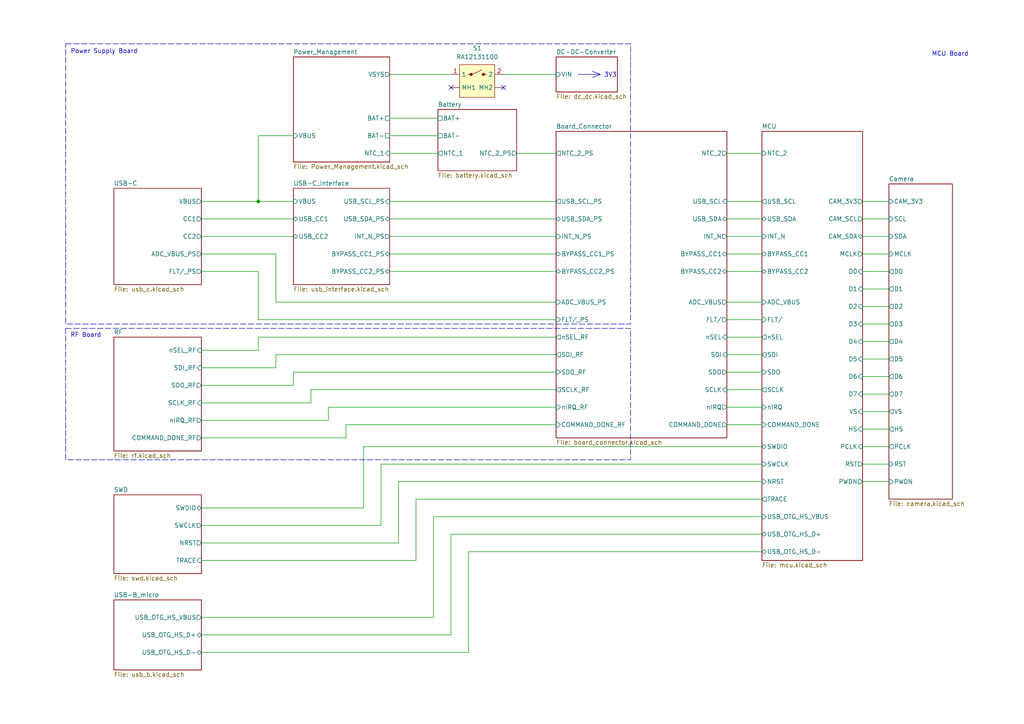
<source format=kicad_sch>
(kicad_sch
	(version 20231120)
	(generator "eeschema")
	(generator_version "8.0")
	(uuid "e8e834c4-1afb-42f7-b718-3cb720dae1d5")
	(paper "A4")
	(lib_symbols
		(symbol "schematic_symbols:RA12131100"
			(exclude_from_sim no)
			(in_bom yes)
			(on_board yes)
			(property "Reference" "S"
				(at 0 4.318 0)
				(effects
					(font
						(size 1.27 1.27)
					)
				)
			)
			(property "Value" "RA12131100"
				(at 0 -9.906 0)
				(effects
					(font
						(size 1.27 1.27)
					)
				)
			)
			(property "Footprint" "footprints:RA12131100"
				(at 0 6.35 0)
				(effects
					(font
						(size 1.27 1.27)
					)
					(hide yes)
				)
			)
			(property "Datasheet" ""
				(at 0 0 0)
				(effects
					(font
						(size 1.27 1.27)
					)
					(hide yes)
				)
			)
			(property "Description" "OFF-ON switch (10A, 125VAC)"
				(at 0 -12.7 0)
				(effects
					(font
						(size 1.27 1.27)
					)
					(hide yes)
				)
			)
			(symbol "RA12131100_0_0"
				(pin passive line
					(at -7.62 0 0)
					(length 2.54)
					(name "1"
						(effects
							(font
								(size 1.27 1.27)
							)
						)
					)
					(number "1"
						(effects
							(font
								(size 1.27 1.27)
							)
						)
					)
				)
				(pin passive line
					(at 7.62 0 180)
					(length 2.54)
					(name "2"
						(effects
							(font
								(size 1.27 1.27)
							)
						)
					)
					(number "2"
						(effects
							(font
								(size 1.27 1.27)
							)
						)
					)
				)
			)
			(symbol "RA12131100_1_1"
				(rectangle
					(start -5.08 2.794)
					(end 5.08 -6.604)
					(stroke
						(width 0)
						(type default)
					)
					(fill
						(type background)
					)
				)
				(circle
					(center -1.778 0)
					(radius 0.3592)
					(stroke
						(width 0)
						(type default)
					)
					(fill
						(type outline)
					)
				)
				(polyline
					(pts
						(xy -2.032 0) (xy -2.794 0)
					)
					(stroke
						(width 0)
						(type default)
					)
					(fill
						(type none)
					)
				)
				(polyline
					(pts
						(xy -1.524 0) (xy 1.27 1.27)
					)
					(stroke
						(width 0)
						(type default)
					)
					(fill
						(type none)
					)
				)
				(polyline
					(pts
						(xy 2.032 0) (xy 2.794 0)
					)
					(stroke
						(width 0)
						(type default)
					)
					(fill
						(type none)
					)
				)
				(circle
					(center 1.778 0)
					(radius 0.3592)
					(stroke
						(width 0)
						(type default)
					)
					(fill
						(type outline)
					)
				)
				(pin passive line
					(at -7.62 -3.81 0)
					(length 2.54)
					(name "MH1"
						(effects
							(font
								(size 1.27 1.27)
							)
						)
					)
					(number ""
						(effects
							(font
								(size 1.27 1.27)
							)
						)
					)
				)
				(pin passive line
					(at 7.62 -3.81 180)
					(length 2.54)
					(name "MH2"
						(effects
							(font
								(size 1.27 1.27)
							)
						)
					)
					(number ""
						(effects
							(font
								(size 1.27 1.27)
							)
						)
					)
				)
			)
		)
	)
	(junction
		(at 74.93 58.42)
		(diameter 0)
		(color 0 0 0 0)
		(uuid "7f87a2d1-9d60-46f2-aba3-17c8f2242854")
	)
	(no_connect
		(at 146.05 25.4)
		(uuid "6e327dbe-af6a-4ec7-9c54-76facaa395db")
	)
	(no_connect
		(at 130.81 25.4)
		(uuid "fc800ca6-df4a-4138-b650-6033b546806b")
	)
	(wire
		(pts
			(xy 113.03 73.66) (xy 161.29 73.66)
		)
		(stroke
			(width 0)
			(type default)
		)
		(uuid "00214cbe-a171-4caa-9ee4-e7d1bb3820cd")
	)
	(wire
		(pts
			(xy 250.19 78.74) (xy 257.81 78.74)
		)
		(stroke
			(width 0)
			(type default)
		)
		(uuid "03beddaa-9bbb-4d78-9e2c-f3b6501326c7")
	)
	(wire
		(pts
			(xy 125.73 149.86) (xy 125.73 179.07)
		)
		(stroke
			(width 0)
			(type default)
		)
		(uuid "0726d272-b94c-4f4d-b87f-cec5e1afdf81")
	)
	(wire
		(pts
			(xy 74.93 92.71) (xy 161.29 92.71)
		)
		(stroke
			(width 0)
			(type default)
		)
		(uuid "093acfc0-d46b-4140-bcb0-cbf1651a845c")
	)
	(wire
		(pts
			(xy 146.05 21.59) (xy 161.29 21.59)
		)
		(stroke
			(width 0)
			(type default)
		)
		(uuid "0bf5eaff-6f70-4132-aa3e-2a0b2ba149de")
	)
	(wire
		(pts
			(xy 210.82 87.63) (xy 220.98 87.63)
		)
		(stroke
			(width 0)
			(type default)
		)
		(uuid "0d256e56-5215-4ad7-998c-26b0814a6062")
	)
	(wire
		(pts
			(xy 250.19 93.98) (xy 257.81 93.98)
		)
		(stroke
			(width 0)
			(type default)
		)
		(uuid "10fdf9db-3b46-48b8-bd4f-cc079f19374d")
	)
	(wire
		(pts
			(xy 113.03 34.29) (xy 127 34.29)
		)
		(stroke
			(width 0)
			(type default)
		)
		(uuid "19132963-8307-499e-a802-226d952bc013")
	)
	(wire
		(pts
			(xy 80.01 87.63) (xy 80.01 73.66)
		)
		(stroke
			(width 0)
			(type default)
		)
		(uuid "1db51d0e-141d-49a7-82b5-64b357e2df48")
	)
	(wire
		(pts
			(xy 58.42 58.42) (xy 74.93 58.42)
		)
		(stroke
			(width 0)
			(type default)
		)
		(uuid "1e0285ba-9c35-42fc-96a3-ccabc6e5a0eb")
	)
	(wire
		(pts
			(xy 100.33 127) (xy 100.33 123.19)
		)
		(stroke
			(width 0)
			(type default)
		)
		(uuid "1f1ce079-06da-4a88-b5a2-d7a433b04a08")
	)
	(wire
		(pts
			(xy 74.93 58.42) (xy 85.09 58.42)
		)
		(stroke
			(width 0)
			(type default)
		)
		(uuid "1fc1d567-4e4b-42b8-ab51-28c07d1d53b3")
	)
	(wire
		(pts
			(xy 85.09 107.95) (xy 161.29 107.95)
		)
		(stroke
			(width 0)
			(type default)
		)
		(uuid "26720a13-6409-42a6-a737-5d5c3956bc3f")
	)
	(wire
		(pts
			(xy 95.25 118.11) (xy 161.29 118.11)
		)
		(stroke
			(width 0)
			(type default)
		)
		(uuid "2973f616-f72d-49dc-a802-6da6d7c6843f")
	)
	(wire
		(pts
			(xy 113.03 68.58) (xy 161.29 68.58)
		)
		(stroke
			(width 0)
			(type default)
		)
		(uuid "2aee04fa-6f8e-4141-99bf-1941526d53c0")
	)
	(wire
		(pts
			(xy 74.93 92.71) (xy 74.93 78.74)
		)
		(stroke
			(width 0)
			(type default)
		)
		(uuid "32e322a9-8936-43f5-8422-7b9f652865e5")
	)
	(wire
		(pts
			(xy 58.42 152.4) (xy 110.49 152.4)
		)
		(stroke
			(width 0)
			(type default)
		)
		(uuid "341e8be9-2ec9-4f7b-a89e-28c850b4d307")
	)
	(wire
		(pts
			(xy 210.82 68.58) (xy 220.98 68.58)
		)
		(stroke
			(width 0)
			(type default)
		)
		(uuid "3722ceed-ecfe-4c7a-af00-a19a79ec743b")
	)
	(wire
		(pts
			(xy 135.89 160.02) (xy 135.89 189.23)
		)
		(stroke
			(width 0)
			(type default)
		)
		(uuid "3784386e-93c4-4ffe-a3ef-2def3de18078")
	)
	(wire
		(pts
			(xy 250.19 114.3) (xy 257.81 114.3)
		)
		(stroke
			(width 0)
			(type default)
		)
		(uuid "3883ec90-2e3c-40e2-af98-eb5698e63841")
	)
	(wire
		(pts
			(xy 250.19 134.62) (xy 257.81 134.62)
		)
		(stroke
			(width 0)
			(type default)
		)
		(uuid "3d8c91e6-c2aa-49ce-aa99-7b4e9377ebd9")
	)
	(wire
		(pts
			(xy 210.82 58.42) (xy 220.98 58.42)
		)
		(stroke
			(width 0)
			(type default)
		)
		(uuid "3dbcdc94-fb60-4e48-9c81-0c79f509ee29")
	)
	(wire
		(pts
			(xy 120.65 144.78) (xy 220.98 144.78)
		)
		(stroke
			(width 0)
			(type default)
		)
		(uuid "3f8acb02-7fd5-4f7d-8970-fe6b9b62e097")
	)
	(wire
		(pts
			(xy 250.19 63.5) (xy 257.81 63.5)
		)
		(stroke
			(width 0)
			(type default)
		)
		(uuid "40a39791-a090-4dff-95be-a45ce085ad0a")
	)
	(wire
		(pts
			(xy 210.82 92.71) (xy 220.98 92.71)
		)
		(stroke
			(width 0)
			(type default)
		)
		(uuid "41a0e79d-1456-447b-9921-88cf1205ddbd")
	)
	(wire
		(pts
			(xy 58.42 116.84) (xy 90.17 116.84)
		)
		(stroke
			(width 0)
			(type default)
		)
		(uuid "45b80d2f-4983-4ed2-bc88-1b8b0052c557")
	)
	(wire
		(pts
			(xy 113.03 63.5) (xy 161.29 63.5)
		)
		(stroke
			(width 0)
			(type default)
		)
		(uuid "4b8caaaf-c84b-46f9-89f0-22af51549a5c")
	)
	(wire
		(pts
			(xy 74.93 39.37) (xy 85.09 39.37)
		)
		(stroke
			(width 0)
			(type default)
		)
		(uuid "4b933d69-ed74-470f-a1c6-213b5f4d043c")
	)
	(wire
		(pts
			(xy 58.42 111.76) (xy 85.09 111.76)
		)
		(stroke
			(width 0)
			(type default)
		)
		(uuid "4cf74c62-3a30-4160-b4ee-9c69c1e5413a")
	)
	(wire
		(pts
			(xy 250.19 99.06) (xy 257.81 99.06)
		)
		(stroke
			(width 0)
			(type default)
		)
		(uuid "4f99e2a4-8b28-4e9a-83a7-fcfadc0af15d")
	)
	(wire
		(pts
			(xy 135.89 160.02) (xy 220.98 160.02)
		)
		(stroke
			(width 0)
			(type default)
		)
		(uuid "4fb163d1-a21c-457a-b32e-e78d4d8a6753")
	)
	(polyline
		(pts
			(xy 167.64 21.59) (xy 173.99 21.59)
		)
		(stroke
			(width 0)
			(type default)
		)
		(uuid "4ff92206-63d1-4eb3-9502-438d735de307")
	)
	(wire
		(pts
			(xy 210.82 73.66) (xy 220.98 73.66)
		)
		(stroke
			(width 0)
			(type default)
		)
		(uuid "5189e1ff-2d18-4f4a-a5a9-5e912a6b8564")
	)
	(wire
		(pts
			(xy 210.82 102.87) (xy 220.98 102.87)
		)
		(stroke
			(width 0)
			(type default)
		)
		(uuid "51e972c1-cad2-4e42-b84f-1afe9cf90861")
	)
	(wire
		(pts
			(xy 113.03 39.37) (xy 127 39.37)
		)
		(stroke
			(width 0)
			(type default)
		)
		(uuid "521f50bc-22f2-4e37-b4f2-1b37b3efac50")
	)
	(wire
		(pts
			(xy 80.01 106.68) (xy 80.01 102.87)
		)
		(stroke
			(width 0)
			(type default)
		)
		(uuid "57d799ad-38c6-431f-8414-a84315d853b7")
	)
	(wire
		(pts
			(xy 250.19 58.42) (xy 257.81 58.42)
		)
		(stroke
			(width 0)
			(type default)
		)
		(uuid "6262df51-691e-4021-8f71-1626a63a0ef2")
	)
	(wire
		(pts
			(xy 250.19 139.7) (xy 257.81 139.7)
		)
		(stroke
			(width 0)
			(type default)
		)
		(uuid "6598b722-1548-423a-902d-2df2a4115d15")
	)
	(wire
		(pts
			(xy 110.49 134.62) (xy 220.98 134.62)
		)
		(stroke
			(width 0)
			(type default)
		)
		(uuid "67074ef0-d91f-453a-8a57-0b60cf38d115")
	)
	(wire
		(pts
			(xy 250.19 129.54) (xy 257.81 129.54)
		)
		(stroke
			(width 0)
			(type default)
		)
		(uuid "67297c8b-c6e8-409c-b63a-01ac4cef4736")
	)
	(wire
		(pts
			(xy 115.57 157.48) (xy 115.57 139.7)
		)
		(stroke
			(width 0)
			(type default)
		)
		(uuid "6750eeef-586d-4916-8d30-4091ed114902")
	)
	(wire
		(pts
			(xy 210.82 44.45) (xy 220.98 44.45)
		)
		(stroke
			(width 0)
			(type default)
		)
		(uuid "67e0d589-a343-4b0a-ae24-936c78770bba")
	)
	(wire
		(pts
			(xy 113.03 21.59) (xy 130.81 21.59)
		)
		(stroke
			(width 0)
			(type default)
		)
		(uuid "6bb8ef87-0aab-40d6-9b5d-44ed4486b1ab")
	)
	(wire
		(pts
			(xy 125.73 149.86) (xy 220.98 149.86)
		)
		(stroke
			(width 0)
			(type default)
		)
		(uuid "79dbf63f-5f32-4ea0-92c7-e0331e368609")
	)
	(wire
		(pts
			(xy 250.19 83.82) (xy 257.81 83.82)
		)
		(stroke
			(width 0)
			(type default)
		)
		(uuid "81029ec4-6dfa-49c0-9d82-0ab33f6515a6")
	)
	(wire
		(pts
			(xy 113.03 78.74) (xy 161.29 78.74)
		)
		(stroke
			(width 0)
			(type default)
		)
		(uuid "83292adb-6825-4215-9c11-0e838a9e1a76")
	)
	(wire
		(pts
			(xy 113.03 44.45) (xy 127 44.45)
		)
		(stroke
			(width 0)
			(type default)
		)
		(uuid "85a984e3-9fc2-4b75-87c2-382154c1845a")
	)
	(wire
		(pts
			(xy 210.82 63.5) (xy 220.98 63.5)
		)
		(stroke
			(width 0)
			(type default)
		)
		(uuid "88577960-37c2-4f0d-912a-e3ac3db7f6d4")
	)
	(wire
		(pts
			(xy 130.81 154.94) (xy 130.81 184.15)
		)
		(stroke
			(width 0)
			(type default)
		)
		(uuid "89d1a2b6-338d-4620-a77f-06ffea0b6a0c")
	)
	(wire
		(pts
			(xy 210.82 107.95) (xy 220.98 107.95)
		)
		(stroke
			(width 0)
			(type default)
		)
		(uuid "8aba3d94-538d-44c1-9e78-7adf1467ac9b")
	)
	(wire
		(pts
			(xy 130.81 154.94) (xy 220.98 154.94)
		)
		(stroke
			(width 0)
			(type default)
		)
		(uuid "90e4df4e-ee63-4273-b530-366417f51441")
	)
	(wire
		(pts
			(xy 105.41 129.54) (xy 105.41 147.32)
		)
		(stroke
			(width 0)
			(type default)
		)
		(uuid "90f03bfc-8484-4e84-a6f6-9969f28cbac4")
	)
	(wire
		(pts
			(xy 113.03 58.42) (xy 161.29 58.42)
		)
		(stroke
			(width 0)
			(type default)
		)
		(uuid "93ffe28f-5a9e-4a2f-8452-b43cef00d7a8")
	)
	(wire
		(pts
			(xy 135.89 189.23) (xy 58.42 189.23)
		)
		(stroke
			(width 0)
			(type default)
		)
		(uuid "94c4a81f-a597-45dc-9c4b-8affa40cc057")
	)
	(wire
		(pts
			(xy 115.57 139.7) (xy 220.98 139.7)
		)
		(stroke
			(width 0)
			(type default)
		)
		(uuid "9aff4d27-33bc-416e-bffe-3128c5527d41")
	)
	(wire
		(pts
			(xy 210.82 123.19) (xy 220.98 123.19)
		)
		(stroke
			(width 0)
			(type default)
		)
		(uuid "9bbbd0a7-f9d3-4a50-9223-e4c57379bd4e")
	)
	(wire
		(pts
			(xy 125.73 179.07) (xy 58.42 179.07)
		)
		(stroke
			(width 0)
			(type default)
		)
		(uuid "9e220826-765c-4dfc-8551-5904fb691cfb")
	)
	(wire
		(pts
			(xy 58.42 106.68) (xy 80.01 106.68)
		)
		(stroke
			(width 0)
			(type default)
		)
		(uuid "a394864f-4019-4086-a5d2-fb2a773d6cc7")
	)
	(wire
		(pts
			(xy 210.82 113.03) (xy 220.98 113.03)
		)
		(stroke
			(width 0)
			(type default)
		)
		(uuid "a81d9a87-d7ae-4bdf-8d2c-3469e0169d16")
	)
	(wire
		(pts
			(xy 80.01 87.63) (xy 161.29 87.63)
		)
		(stroke
			(width 0)
			(type default)
		)
		(uuid "a9eabbeb-a632-4982-b42a-a03c9eea90ba")
	)
	(wire
		(pts
			(xy 74.93 39.37) (xy 74.93 58.42)
		)
		(stroke
			(width 0)
			(type default)
		)
		(uuid "aafe59b3-534b-4a92-a354-140086a83f6b")
	)
	(wire
		(pts
			(xy 250.19 109.22) (xy 257.81 109.22)
		)
		(stroke
			(width 0)
			(type default)
		)
		(uuid "ad656e50-e47a-40ea-8940-9660cad07835")
	)
	(wire
		(pts
			(xy 210.82 78.74) (xy 220.98 78.74)
		)
		(stroke
			(width 0)
			(type default)
		)
		(uuid "b3bffae5-ae2f-4b5e-a5bf-8c3baa1df7b2")
	)
	(wire
		(pts
			(xy 210.82 97.79) (xy 220.98 97.79)
		)
		(stroke
			(width 0)
			(type default)
		)
		(uuid "b3d44901-8979-440b-9ce6-8387ff973d1c")
	)
	(wire
		(pts
			(xy 74.93 101.6) (xy 74.93 97.79)
		)
		(stroke
			(width 0)
			(type default)
		)
		(uuid "b5f751e1-db5a-4fbe-9db0-6f64e99abc71")
	)
	(wire
		(pts
			(xy 105.41 129.54) (xy 220.98 129.54)
		)
		(stroke
			(width 0)
			(type default)
		)
		(uuid "c0526101-11ff-4a9a-80a9-7ab1f5d0fb89")
	)
	(wire
		(pts
			(xy 85.09 111.76) (xy 85.09 107.95)
		)
		(stroke
			(width 0)
			(type default)
		)
		(uuid "c1ad21c3-c506-4f08-8eee-a676b58ea7fa")
	)
	(wire
		(pts
			(xy 100.33 123.19) (xy 161.29 123.19)
		)
		(stroke
			(width 0)
			(type default)
		)
		(uuid "c44a73e5-42cf-424e-86e3-581063b3f326")
	)
	(wire
		(pts
			(xy 250.19 119.38) (xy 257.81 119.38)
		)
		(stroke
			(width 0)
			(type default)
		)
		(uuid "c754d158-3fb7-4385-94f2-48e1b94493fc")
	)
	(wire
		(pts
			(xy 58.42 101.6) (xy 74.93 101.6)
		)
		(stroke
			(width 0)
			(type default)
		)
		(uuid "c7ed4221-5816-4b70-a3b3-3883b13cc51c")
	)
	(wire
		(pts
			(xy 74.93 97.79) (xy 161.29 97.79)
		)
		(stroke
			(width 0)
			(type default)
		)
		(uuid "cb886f3f-a1dc-486e-9512-0bd0ba21cc1c")
	)
	(wire
		(pts
			(xy 250.19 104.14) (xy 257.81 104.14)
		)
		(stroke
			(width 0)
			(type default)
		)
		(uuid "cba19414-621e-4c93-ad56-89db9762e342")
	)
	(wire
		(pts
			(xy 90.17 116.84) (xy 90.17 113.03)
		)
		(stroke
			(width 0)
			(type default)
		)
		(uuid "cc2eff29-f7ee-43d9-8ad0-561b3b7e47e0")
	)
	(wire
		(pts
			(xy 74.93 78.74) (xy 58.42 78.74)
		)
		(stroke
			(width 0)
			(type default)
		)
		(uuid "d1677f0e-99cb-4eca-b728-5395efd2294c")
	)
	(wire
		(pts
			(xy 250.19 88.9) (xy 257.81 88.9)
		)
		(stroke
			(width 0)
			(type default)
		)
		(uuid "d2a4e536-e9f7-4e8d-9121-de61db40a320")
	)
	(wire
		(pts
			(xy 58.42 162.56) (xy 120.65 162.56)
		)
		(stroke
			(width 0)
			(type default)
		)
		(uuid "d4d4c0b2-7d76-48ca-ad1c-eda06bd81177")
	)
	(wire
		(pts
			(xy 250.19 68.58) (xy 257.81 68.58)
		)
		(stroke
			(width 0)
			(type default)
		)
		(uuid "d5edbb84-c22d-4c77-a52b-d0337b5465d4")
	)
	(wire
		(pts
			(xy 210.82 118.11) (xy 220.98 118.11)
		)
		(stroke
			(width 0)
			(type default)
		)
		(uuid "d719d035-0087-4ec9-be05-7133a46391ae")
	)
	(wire
		(pts
			(xy 58.42 127) (xy 100.33 127)
		)
		(stroke
			(width 0)
			(type default)
		)
		(uuid "dcb15c2c-94b4-414c-93c3-4d25050c49a6")
	)
	(wire
		(pts
			(xy 130.81 184.15) (xy 58.42 184.15)
		)
		(stroke
			(width 0)
			(type default)
		)
		(uuid "dce6a9bd-193f-47cb-a34e-db1fbe971911")
	)
	(wire
		(pts
			(xy 250.19 124.46) (xy 257.81 124.46)
		)
		(stroke
			(width 0)
			(type default)
		)
		(uuid "df2a0f00-c499-4d16-a050-b7f9d9505d40")
	)
	(wire
		(pts
			(xy 90.17 113.03) (xy 161.29 113.03)
		)
		(stroke
			(width 0)
			(type default)
		)
		(uuid "e159ca7b-a724-49b8-be16-2d0b6fcbb116")
	)
	(wire
		(pts
			(xy 149.86 44.45) (xy 161.29 44.45)
		)
		(stroke
			(width 0)
			(type default)
		)
		(uuid "e2180278-25c3-4722-a761-fb785636c6ac")
	)
	(wire
		(pts
			(xy 58.42 157.48) (xy 115.57 157.48)
		)
		(stroke
			(width 0)
			(type default)
		)
		(uuid "e4f5c433-af4a-4f99-8051-4085f76087df")
	)
	(wire
		(pts
			(xy 58.42 121.92) (xy 95.25 121.92)
		)
		(stroke
			(width 0)
			(type default)
		)
		(uuid "e5852e2c-e3d4-4ec4-a71f-f3f30a8f51b4")
	)
	(wire
		(pts
			(xy 250.19 73.66) (xy 257.81 73.66)
		)
		(stroke
			(width 0)
			(type default)
		)
		(uuid "e7667fd2-a200-4ba9-9c7d-880cc171d122")
	)
	(wire
		(pts
			(xy 58.42 68.58) (xy 85.09 68.58)
		)
		(stroke
			(width 0)
			(type default)
		)
		(uuid "e96b0f94-8d48-4688-a7df-d19a41617f8f")
	)
	(wire
		(pts
			(xy 120.65 162.56) (xy 120.65 144.78)
		)
		(stroke
			(width 0)
			(type default)
		)
		(uuid "eb25536d-1871-4d12-a290-185216db9b26")
	)
	(wire
		(pts
			(xy 80.01 73.66) (xy 58.42 73.66)
		)
		(stroke
			(width 0)
			(type default)
		)
		(uuid "ec841ba5-b459-495c-afe1-6f3ece5bc4bf")
	)
	(wire
		(pts
			(xy 58.42 147.32) (xy 105.41 147.32)
		)
		(stroke
			(width 0)
			(type default)
		)
		(uuid "f2bcfe54-e4df-4533-b38e-cde43a747e26")
	)
	(wire
		(pts
			(xy 58.42 63.5) (xy 85.09 63.5)
		)
		(stroke
			(width 0)
			(type default)
		)
		(uuid "f63ff145-ea8e-45ee-bdee-9709fcf1d91e")
	)
	(wire
		(pts
			(xy 95.25 121.92) (xy 95.25 118.11)
		)
		(stroke
			(width 0)
			(type default)
		)
		(uuid "f7daffa5-355d-45a6-9cb6-8322f32939f3")
	)
	(wire
		(pts
			(xy 110.49 152.4) (xy 110.49 134.62)
		)
		(stroke
			(width 0)
			(type default)
		)
		(uuid "fb3ecd82-4ea8-41b8-b83b-6f73a6d0e5f0")
	)
	(wire
		(pts
			(xy 80.01 102.87) (xy 161.29 102.87)
		)
		(stroke
			(width 0)
			(type default)
		)
		(uuid "ffee0b70-9e0a-4957-9b9e-8be20e9df2cf")
	)
	(rectangle
		(start 19.05 95.25)
		(end 182.88 133.35)
		(stroke
			(width 0)
			(type dash)
		)
		(fill
			(type none)
		)
		(uuid 34edb238-0929-4d87-a583-62df4e7bc03c)
	)
	(rectangle
		(start 19.05 12.7)
		(end 182.88 93.98)
		(stroke
			(width 0)
			(type dash)
		)
		(fill
			(type none)
		)
		(uuid a9f22206-f9ae-4d4d-9d47-9b96c22637f8)
	)
	(text "RF Board"
		(exclude_from_sim no)
		(at 24.892 97.282 0)
		(effects
			(font
				(size 1.27 1.27)
			)
		)
		(uuid "0f821602-b971-4af7-9946-9d121ff527eb")
	)
	(text "Power Supply Board"
		(exclude_from_sim no)
		(at 30.226 14.986 0)
		(effects
			(font
				(size 1.27 1.27)
			)
		)
		(uuid "115527e2-7a6b-45ce-8f23-15d5238c0d2f")
	)
	(text "3V3"
		(exclude_from_sim no)
		(at 177.038 21.844 0)
		(effects
			(font
				(size 1.27 1.27)
			)
		)
		(uuid "4acc6613-0d77-46ff-a26c-8b22c7d72d36")
	)
	(text "MCU Board"
		(exclude_from_sim no)
		(at 275.59 15.748 0)
		(effects
			(font
				(size 1.27 1.27)
			)
		)
		(uuid "9b5430be-2758-47c5-970a-5187ec48ab71")
	)
	(text ">"
		(exclude_from_sim no)
		(at 172.974 21.59 0)
		(effects
			(font
				(size 3.048 3.048)
			)
		)
		(uuid "d9a37835-b2c1-4154-8e4a-db40edefa70a")
	)
	(symbol
		(lib_id "schematic_symbols:RA12131100")
		(at 138.43 21.59 0)
		(unit 1)
		(exclude_from_sim no)
		(in_bom yes)
		(on_board yes)
		(dnp no)
		(fields_autoplaced yes)
		(uuid "afc9cf04-34cb-4a60-bde9-a07788bd4719")
		(property "Reference" "S1"
			(at 138.43 13.97 0)
			(effects
				(font
					(size 1.27 1.27)
				)
			)
		)
		(property "Value" "RA12131100"
			(at 138.43 16.51 0)
			(effects
				(font
					(size 1.27 1.27)
				)
			)
		)
		(property "Footprint" "footprints:RA12131100"
			(at 138.43 21.59 0)
			(effects
				(font
					(size 1.27 1.27)
				)
				(hide yes)
			)
		)
		(property "Datasheet" ""
			(at 138.43 21.59 0)
			(effects
				(font
					(size 1.27 1.27)
				)
				(hide yes)
			)
		)
		(property "Description" "OFF-ON switch (10A, 125VAC)"
			(at 138.43 28.956 0)
			(effects
				(font
					(size 1.27 1.27)
				)
				(hide yes)
			)
		)
		(pin "1"
			(uuid "8787f93e-6d00-4f65-b7ab-f05a0158f866")
		)
		(pin "2"
			(uuid "b25d87d2-f873-44e3-ac8c-0f13d74f3701")
		)
		(pin ""
			(uuid "57540246-c97a-45ce-b65b-3c6fbaade921")
		)
		(pin ""
			(uuid "5dbe1433-07ba-460f-91df-771112d54d91")
		)
		(instances
			(project ""
				(path "/e8e834c4-1afb-42f7-b718-3cb720dae1d5"
					(reference "S1")
					(unit 1)
				)
			)
		)
	)
	(sheet
		(at 33.02 97.79)
		(size 25.4 33.02)
		(fields_autoplaced yes)
		(stroke
			(width 0.1524)
			(type solid)
		)
		(fill
			(color 0 0 0 0.0000)
		)
		(uuid "21633f2b-133b-44f0-ac2e-c32a8c0675be")
		(property "Sheetname" "RF"
			(at 33.02 97.0784 0)
			(effects
				(font
					(size 1.27 1.27)
				)
				(justify left bottom)
			)
		)
		(property "Sheetfile" "rf.kicad_sch"
			(at 33.02 131.3946 0)
			(effects
				(font
					(size 1.27 1.27)
				)
				(justify left top)
			)
		)
		(pin "nSEL_RF" input
			(at 58.42 101.6 0)
			(effects
				(font
					(size 1.27 1.27)
				)
				(justify right)
			)
			(uuid "3d8d01dd-de10-4e8d-b186-4c271e64bfc4")
		)
		(pin "COMMAND_DONE_RF" output
			(at 58.42 127 0)
			(effects
				(font
					(size 1.27 1.27)
				)
				(justify right)
			)
			(uuid "501b251e-78ab-4758-9f94-e4fe8f9d6786")
		)
		(pin "SCLK_RF" input
			(at 58.42 116.84 0)
			(effects
				(font
					(size 1.27 1.27)
				)
				(justify right)
			)
			(uuid "f3275f91-c2a4-4944-96b8-def04e5af66f")
		)
		(pin "nIRQ_RF" output
			(at 58.42 121.92 0)
			(effects
				(font
					(size 1.27 1.27)
				)
				(justify right)
			)
			(uuid "fe1cf04f-0859-4407-a102-20da8bacdd52")
		)
		(pin "SDO_RF" output
			(at 58.42 111.76 0)
			(effects
				(font
					(size 1.27 1.27)
				)
				(justify right)
			)
			(uuid "5acff1b6-8c0a-4208-bc97-b7031edab511")
		)
		(pin "SDI_RF" input
			(at 58.42 106.68 0)
			(effects
				(font
					(size 1.27 1.27)
				)
				(justify right)
			)
			(uuid "d6eced67-4445-4d81-bb9c-cb61112c6d84")
		)
		(instances
			(project "obvod"
				(path "/e8e834c4-1afb-42f7-b718-3cb720dae1d5"
					(page "10")
				)
			)
		)
	)
	(sheet
		(at 33.02 54.61)
		(size 25.4 27.94)
		(fields_autoplaced yes)
		(stroke
			(width 0.1524)
			(type solid)
		)
		(fill
			(color 0 0 0 0.0000)
		)
		(uuid "540adf6e-5b6f-4df1-af18-d763618ddc56")
		(property "Sheetname" "USB-C"
			(at 33.02 53.8984 0)
			(effects
				(font
					(size 1.27 1.27)
				)
				(justify left bottom)
			)
		)
		(property "Sheetfile" "usb_c.kicad_sch"
			(at 33.02 83.1346 0)
			(effects
				(font
					(size 1.27 1.27)
				)
				(justify left top)
			)
		)
		(pin "CC2" output
			(at 58.42 68.58 0)
			(effects
				(font
					(size 1.27 1.27)
				)
				(justify right)
			)
			(uuid "6b7eab82-9691-459c-96cc-79e8a8835a28")
		)
		(pin "CC1" output
			(at 58.42 63.5 0)
			(effects
				(font
					(size 1.27 1.27)
				)
				(justify right)
			)
			(uuid "abdd185e-d539-4cda-84e5-3a36985cbf93")
		)
		(pin "VBUS" output
			(at 58.42 58.42 0)
			(effects
				(font
					(size 1.27 1.27)
				)
				(justify right)
			)
			(uuid "e3207a6c-b2eb-47a8-b144-b26653edcf58")
		)
		(pin "ADC_VBUS_PS" output
			(at 58.42 73.66 0)
			(effects
				(font
					(size 1.27 1.27)
				)
				(justify right)
			)
			(uuid "634a644d-d58f-4b25-baca-4fe543198b7e")
		)
		(pin "FLT{slash}_PS" output
			(at 58.42 78.74 0)
			(effects
				(font
					(size 1.27 1.27)
				)
				(justify right)
			)
			(uuid "4793e0ed-e13d-49a8-94b0-a5e259dd68d5")
		)
		(instances
			(project "obvod"
				(path "/e8e834c4-1afb-42f7-b718-3cb720dae1d5"
					(page "5")
				)
			)
		)
	)
	(sheet
		(at 220.98 38.1)
		(size 29.21 124.46)
		(fields_autoplaced yes)
		(stroke
			(width 0.1524)
			(type solid)
		)
		(fill
			(color 0 0 0 0.0000)
		)
		(uuid "67c85143-d51e-4a89-ab5a-3edcba0d09a9")
		(property "Sheetname" "MCU"
			(at 220.98 37.3884 0)
			(effects
				(font
					(size 1.27 1.27)
				)
				(justify left bottom)
			)
		)
		(property "Sheetfile" "mcu.kicad_sch"
			(at 220.98 163.1446 0)
			(effects
				(font
					(size 1.27 1.27)
				)
				(justify left top)
			)
		)
		(pin "NRST" input
			(at 220.98 139.7 180)
			(effects
				(font
					(size 1.27 1.27)
				)
				(justify left)
			)
			(uuid "594df765-4fc2-4bd1-8c72-4e2f31fc747e")
		)
		(pin "SWCLK" input
			(at 220.98 134.62 180)
			(effects
				(font
					(size 1.27 1.27)
				)
				(justify left)
			)
			(uuid "ebd3a8bc-7e03-473f-b247-4794efa77516")
		)
		(pin "SWDIO" bidirectional
			(at 220.98 129.54 180)
			(effects
				(font
					(size 1.27 1.27)
				)
				(justify left)
			)
			(uuid "6f3e8de5-af59-42d4-ae55-8685c2bf67c0")
		)
		(pin "TRACE" output
			(at 220.98 144.78 180)
			(effects
				(font
					(size 1.27 1.27)
				)
				(justify left)
			)
			(uuid "3a1bf74d-3f48-4203-a53d-1f42642fee35")
		)
		(pin "CAM_3V3" output
			(at 250.19 58.42 0)
			(effects
				(font
					(size 1.27 1.27)
				)
				(justify right)
			)
			(uuid "4c3261ba-4e79-495b-8b7c-c12520d9472d")
		)
		(pin "ADC_VBUS" input
			(at 220.98 87.63 180)
			(effects
				(font
					(size 1.27 1.27)
				)
				(justify left)
			)
			(uuid "1fd216f0-4529-46e4-b18b-df545f410c18")
		)
		(pin "FLT{slash}" input
			(at 220.98 92.71 180)
			(effects
				(font
					(size 1.27 1.27)
				)
				(justify left)
			)
			(uuid "32b98f7b-8cf9-403d-9d86-a0cc7c784bf0")
		)
		(pin "PCLK" input
			(at 250.19 129.54 0)
			(effects
				(font
					(size 1.27 1.27)
				)
				(justify right)
			)
			(uuid "06005126-e437-43de-b4d1-03752f37371f")
		)
		(pin "HS" input
			(at 250.19 124.46 0)
			(effects
				(font
					(size 1.27 1.27)
				)
				(justify right)
			)
			(uuid "f8f319e5-fbc2-4f03-97dc-8d3a16b898bb")
		)
		(pin "MCLK" output
			(at 250.19 73.66 0)
			(effects
				(font
					(size 1.27 1.27)
				)
				(justify right)
			)
			(uuid "f8cd22cb-277e-485e-9182-5ec65ef232a2")
		)
		(pin "D1" input
			(at 250.19 83.82 0)
			(effects
				(font
					(size 1.27 1.27)
				)
				(justify right)
			)
			(uuid "1ba9aea4-6a62-4f05-ab33-b784fd711790")
		)
		(pin "D7" input
			(at 250.19 114.3 0)
			(effects
				(font
					(size 1.27 1.27)
				)
				(justify right)
			)
			(uuid "69f74cbd-e06a-43da-b33c-6b54a62fb871")
		)
		(pin "D4" input
			(at 250.19 99.06 0)
			(effects
				(font
					(size 1.27 1.27)
				)
				(justify right)
			)
			(uuid "83bae7fd-ba23-4899-b45b-56ce9b04dfb8")
		)
		(pin "D6" input
			(at 250.19 109.22 0)
			(effects
				(font
					(size 1.27 1.27)
				)
				(justify right)
			)
			(uuid "d1815e6e-72db-4068-a3fe-54e9cdd01c0a")
		)
		(pin "D3" input
			(at 250.19 93.98 0)
			(effects
				(font
					(size 1.27 1.27)
				)
				(justify right)
			)
			(uuid "9a4fc4f0-155c-4644-91e8-f05791973eac")
		)
		(pin "D2" input
			(at 250.19 88.9 0)
			(effects
				(font
					(size 1.27 1.27)
				)
				(justify right)
			)
			(uuid "1532b7a8-cd73-4c8b-97e7-f12725fc3700")
		)
		(pin "D5" input
			(at 250.19 104.14 0)
			(effects
				(font
					(size 1.27 1.27)
				)
				(justify right)
			)
			(uuid "fa4071f9-68ca-436b-bce6-0fcda4614ca5")
		)
		(pin "PWDN" output
			(at 250.19 139.7 0)
			(effects
				(font
					(size 1.27 1.27)
				)
				(justify right)
			)
			(uuid "734d1851-9684-4f9b-bf71-be74ea7ccb22")
		)
		(pin "RST" output
			(at 250.19 134.62 0)
			(effects
				(font
					(size 1.27 1.27)
				)
				(justify right)
			)
			(uuid "713436ba-d1bb-40b0-bc8f-a3ae6a39ab8a")
		)
		(pin "D0" input
			(at 250.19 78.74 0)
			(effects
				(font
					(size 1.27 1.27)
				)
				(justify right)
			)
			(uuid "7a2ae8a6-a8f8-4038-92d7-52d8232d231e")
		)
		(pin "VS" input
			(at 250.19 119.38 0)
			(effects
				(font
					(size 1.27 1.27)
				)
				(justify right)
			)
			(uuid "a5b197d4-0588-4c46-86e6-5364936ede27")
		)
		(pin "USB_SCL" output
			(at 220.98 58.42 180)
			(effects
				(font
					(size 1.27 1.27)
				)
				(justify left)
			)
			(uuid "f88b7b50-d426-4d78-af85-9b0adeac51e3")
		)
		(pin "USB_SDA" bidirectional
			(at 220.98 63.5 180)
			(effects
				(font
					(size 1.27 1.27)
				)
				(justify left)
			)
			(uuid "f26e111e-5382-4c78-81c5-06919a8b4951")
		)
		(pin "CAM_SDA" bidirectional
			(at 250.19 68.58 0)
			(effects
				(font
					(size 1.27 1.27)
				)
				(justify right)
			)
			(uuid "11a28c34-c8a5-4625-89cb-773823b6d7b2")
		)
		(pin "CAM_SCL" output
			(at 250.19 63.5 0)
			(effects
				(font
					(size 1.27 1.27)
				)
				(justify right)
			)
			(uuid "a5c4b472-7574-4e6d-a219-a6ee7cd9fa95")
		)
		(pin "INT_N" input
			(at 220.98 68.58 180)
			(effects
				(font
					(size 1.27 1.27)
				)
				(justify left)
			)
			(uuid "709ff807-0113-46c5-95d0-ca84c8ab747f")
		)
		(pin "BYPASS_CC2" bidirectional
			(at 220.98 78.74 180)
			(effects
				(font
					(size 1.27 1.27)
				)
				(justify left)
			)
			(uuid "d0cf74df-dfec-4ef9-84de-b2929f30ff87")
		)
		(pin "BYPASS_CC1" bidirectional
			(at 220.98 73.66 180)
			(effects
				(font
					(size 1.27 1.27)
				)
				(justify left)
			)
			(uuid "61caebd8-7089-495f-a850-4ba9d83c9d39")
		)
		(pin "USB_OTG_HS_VBUS" input
			(at 220.98 149.86 180)
			(effects
				(font
					(size 1.27 1.27)
				)
				(justify left)
			)
			(uuid "d069ff94-6f6b-4956-94dc-1a3b459543b0")
		)
		(pin "USB_OTG_HS_D-" bidirectional
			(at 220.98 160.02 180)
			(effects
				(font
					(size 1.27 1.27)
				)
				(justify left)
			)
			(uuid "6862d9c5-c4f0-4e57-9df0-4ab6852dedb2")
		)
		(pin "USB_OTG_HS_D+" bidirectional
			(at 220.98 154.94 180)
			(effects
				(font
					(size 1.27 1.27)
				)
				(justify left)
			)
			(uuid "b90ab7bd-6cd6-4a76-bccd-ab097d8af8fd")
		)
		(pin "NTC_2" input
			(at 220.98 44.45 180)
			(effects
				(font
					(size 1.27 1.27)
				)
				(justify left)
			)
			(uuid "562b29d4-3351-48ea-8703-9a78faa78a63")
		)
		(pin "COMMAND_DONE" input
			(at 220.98 123.19 180)
			(effects
				(font
					(size 1.27 1.27)
				)
				(justify left)
			)
			(uuid "763d9770-2fda-415f-8e7c-c93dd8b5eedb")
		)
		(pin "SDI" output
			(at 220.98 102.87 180)
			(effects
				(font
					(size 1.27 1.27)
				)
				(justify left)
			)
			(uuid "dfd10ae8-a92e-48fb-9b23-9012c34a657b")
		)
		(pin "nSEL" output
			(at 220.98 97.79 180)
			(effects
				(font
					(size 1.27 1.27)
				)
				(justify left)
			)
			(uuid "23c10a30-9ee7-41b2-801c-ab9edae24976")
		)
		(pin "nIRQ" input
			(at 220.98 118.11 180)
			(effects
				(font
					(size 1.27 1.27)
				)
				(justify left)
			)
			(uuid "15fcb8da-e8de-4f52-9e19-697be300e23b")
		)
		(pin "SDO" input
			(at 220.98 107.95 180)
			(effects
				(font
					(size 1.27 1.27)
				)
				(justify left)
			)
			(uuid "a3df0d3d-585d-4fed-8d8e-df80839de445")
		)
		(pin "SCLK" output
			(at 220.98 113.03 180)
			(effects
				(font
					(size 1.27 1.27)
				)
				(justify left)
			)
			(uuid "eca11784-aa36-409d-9e22-ef02c0aeda12")
		)
		(instances
			(project "obvod"
				(path "/e8e834c4-1afb-42f7-b718-3cb720dae1d5"
					(page "11")
				)
			)
		)
	)
	(sheet
		(at 257.81 53.34)
		(size 18.415 91.44)
		(fields_autoplaced yes)
		(stroke
			(width 0.1524)
			(type solid)
		)
		(fill
			(color 0 0 0 0.0000)
		)
		(uuid "a0c7114d-8344-4dfb-8086-bd9d063d8594")
		(property "Sheetname" "Camera"
			(at 257.81 52.6284 0)
			(effects
				(font
					(size 1.27 1.27)
				)
				(justify left bottom)
			)
		)
		(property "Sheetfile" "camera.kicad_sch"
			(at 257.81 145.3646 0)
			(effects
				(font
					(size 1.27 1.27)
				)
				(justify left top)
			)
		)
		(pin "D4" output
			(at 257.81 99.06 180)
			(effects
				(font
					(size 1.27 1.27)
				)
				(justify left)
			)
			(uuid "a1595ff3-e575-41ef-b418-09c9068a65ea")
		)
		(pin "D0" output
			(at 257.81 78.74 180)
			(effects
				(font
					(size 1.27 1.27)
				)
				(justify left)
			)
			(uuid "8365d755-251a-4b24-b38e-f7dc3d1dd607")
		)
		(pin "D2" output
			(at 257.81 88.9 180)
			(effects
				(font
					(size 1.27 1.27)
				)
				(justify left)
			)
			(uuid "8247c2b1-0a2e-4cf8-876b-adfca9695360")
		)
		(pin "D6" output
			(at 257.81 109.22 180)
			(effects
				(font
					(size 1.27 1.27)
				)
				(justify left)
			)
			(uuid "18629aea-42c6-4221-95b6-c260087afae6")
		)
		(pin "PWDN" input
			(at 257.81 139.7 180)
			(effects
				(font
					(size 1.27 1.27)
				)
				(justify left)
			)
			(uuid "d3a605a7-03d6-49ae-8e55-f24b03485fc8")
		)
		(pin "VS" output
			(at 257.81 119.38 180)
			(effects
				(font
					(size 1.27 1.27)
				)
				(justify left)
			)
			(uuid "00a37edc-c2bc-4a7f-99dd-057388e2d64e")
		)
		(pin "CAM_3V3" input
			(at 257.81 58.42 180)
			(effects
				(font
					(size 1.27 1.27)
				)
				(justify left)
			)
			(uuid "f6972178-fced-4c1d-9d19-21877834c959")
		)
		(pin "D7" output
			(at 257.81 114.3 180)
			(effects
				(font
					(size 1.27 1.27)
				)
				(justify left)
			)
			(uuid "b163b15f-ec32-49f9-ab69-c0709a882457")
		)
		(pin "SCL" input
			(at 257.81 63.5 180)
			(effects
				(font
					(size 1.27 1.27)
				)
				(justify left)
			)
			(uuid "40665abc-dd06-4311-94bf-c434af22f5d4")
		)
		(pin "PCLK" output
			(at 257.81 129.54 180)
			(effects
				(font
					(size 1.27 1.27)
				)
				(justify left)
			)
			(uuid "06393e9b-01e7-4f4b-b986-df57ae85a9c4")
		)
		(pin "D3" output
			(at 257.81 93.98 180)
			(effects
				(font
					(size 1.27 1.27)
				)
				(justify left)
			)
			(uuid "efd9e76d-fb5d-4646-a0b1-0017493413c4")
		)
		(pin "D1" output
			(at 257.81 83.82 180)
			(effects
				(font
					(size 1.27 1.27)
				)
				(justify left)
			)
			(uuid "52b05593-5f46-4695-bf78-5f65fa2e91ac")
		)
		(pin "RST" input
			(at 257.81 134.62 180)
			(effects
				(font
					(size 1.27 1.27)
				)
				(justify left)
			)
			(uuid "f52b4087-2f5a-4d74-86d4-951bd45fccd0")
		)
		(pin "D5" output
			(at 257.81 104.14 180)
			(effects
				(font
					(size 1.27 1.27)
				)
				(justify left)
			)
			(uuid "9fb19bfd-b574-4b75-be68-d0e56511c979")
		)
		(pin "SDA" input
			(at 257.81 68.58 180)
			(effects
				(font
					(size 1.27 1.27)
				)
				(justify left)
			)
			(uuid "0b953566-2378-41cb-9bf0-0ac17d754f2d")
		)
		(pin "MCLK" input
			(at 257.81 73.66 180)
			(effects
				(font
					(size 1.27 1.27)
				)
				(justify left)
			)
			(uuid "3072b421-20a1-45b3-9605-af6cc64c834f")
		)
		(pin "HS" output
			(at 257.81 124.46 180)
			(effects
				(font
					(size 1.27 1.27)
				)
				(justify left)
			)
			(uuid "0b563266-e304-47ff-a55c-cf74b589ab12")
		)
		(instances
			(project "obvod"
				(path "/e8e834c4-1afb-42f7-b718-3cb720dae1d5"
					(page "9")
				)
			)
		)
	)
	(sheet
		(at 161.29 16.51)
		(size 17.78 10.16)
		(fields_autoplaced yes)
		(stroke
			(width 0.1524)
			(type solid)
		)
		(fill
			(color 0 0 0 0.0000)
		)
		(uuid "c10e3bb1-4b24-45b1-b428-aefa65422361")
		(property "Sheetname" "DC-DC-Converter"
			(at 161.29 15.7984 0)
			(effects
				(font
					(size 1.27 1.27)
				)
				(justify left bottom)
			)
		)
		(property "Sheetfile" "dc_dc.kicad_sch"
			(at 161.29 27.2546 0)
			(effects
				(font
					(size 1.27 1.27)
				)
				(justify left top)
			)
		)
		(pin "VIN" input
			(at 161.29 21.59 180)
			(effects
				(font
					(size 1.27 1.27)
				)
				(justify left)
			)
			(uuid "9c841311-b764-4316-b5c8-a11239fa7cbd")
		)
		(instances
			(project "obvod"
				(path "/e8e834c4-1afb-42f7-b718-3cb720dae1d5"
					(page "4")
				)
			)
		)
	)
	(sheet
		(at 33.02 143.51)
		(size 25.4 22.86)
		(fields_autoplaced yes)
		(stroke
			(width 0.1524)
			(type solid)
		)
		(fill
			(color 0 0 0 0.0000)
		)
		(uuid "d3fe727f-e59c-4b25-a97d-baf79ecd8dec")
		(property "Sheetname" "SWD"
			(at 33.02 142.7984 0)
			(effects
				(font
					(size 1.27 1.27)
				)
				(justify left bottom)
			)
		)
		(property "Sheetfile" "swd.kicad_sch"
			(at 33.02 166.9546 0)
			(effects
				(font
					(size 1.27 1.27)
				)
				(justify left top)
			)
		)
		(pin "TRACE" input
			(at 58.42 162.56 0)
			(effects
				(font
					(size 1.27 1.27)
				)
				(justify right)
			)
			(uuid "1db9ef44-849c-4c7a-b78b-d5ce624de82a")
		)
		(pin "NRST" output
			(at 58.42 157.48 0)
			(effects
				(font
					(size 1.27 1.27)
				)
				(justify right)
			)
			(uuid "b654d457-50b5-4cf8-9749-c3add2e148ad")
		)
		(pin "SWDIO" bidirectional
			(at 58.42 147.32 0)
			(effects
				(font
					(size 1.27 1.27)
				)
				(justify right)
			)
			(uuid "3f0078ce-b9b1-4180-bda6-aed51d560018")
		)
		(pin "SWCLK" output
			(at 58.42 152.4 0)
			(effects
				(font
					(size 1.27 1.27)
				)
				(justify right)
			)
			(uuid "5ebcd3ee-6b5c-4687-ae9d-c216c78b8cb9")
		)
		(instances
			(project "obvod"
				(path "/e8e834c4-1afb-42f7-b718-3cb720dae1d5"
					(page "7")
				)
			)
		)
	)
	(sheet
		(at 161.29 38.1)
		(size 49.53 88.9)
		(fields_autoplaced yes)
		(stroke
			(width 0.1524)
			(type solid)
		)
		(fill
			(color 0 0 0 0.0000)
		)
		(uuid "d927d343-1b4e-4356-add7-d3a6e8c1ceb8")
		(property "Sheetname" "Board_Connector"
			(at 161.29 37.3884 0)
			(effects
				(font
					(size 1.27 1.27)
				)
				(justify left bottom)
			)
		)
		(property "Sheetfile" "board_connector.kicad_sch"
			(at 161.29 127.5846 0)
			(effects
				(font
					(size 1.27 1.27)
				)
				(justify left top)
			)
		)
		(pin "USB_SDA_PS" bidirectional
			(at 161.29 63.5 180)
			(effects
				(font
					(size 1.27 1.27)
				)
				(justify left)
			)
			(uuid "a8a8c3a8-17fc-4ee3-896e-3442cf81dcd7")
		)
		(pin "ADC_VBUS_PS" input
			(at 161.29 87.63 180)
			(effects
				(font
					(size 1.27 1.27)
				)
				(justify left)
			)
			(uuid "507a2a4c-34f7-47c7-b9bd-d40a8305bf89")
		)
		(pin "FLT{slash}_PS" input
			(at 161.29 92.71 180)
			(effects
				(font
					(size 1.27 1.27)
				)
				(justify left)
			)
			(uuid "0aaba451-b201-40f1-b454-e65682a3c32b")
		)
		(pin "NTC_2_PS" output
			(at 161.29 44.45 180)
			(effects
				(font
					(size 1.27 1.27)
				)
				(justify left)
			)
			(uuid "c1e6c1f6-3c23-4da7-9779-16b900ab8811")
		)
		(pin "BYPASS_CC2_PS" bidirectional
			(at 161.29 78.74 180)
			(effects
				(font
					(size 1.27 1.27)
				)
				(justify left)
			)
			(uuid "d7cda483-3199-4574-8b1d-8b35e3d603e8")
		)
		(pin "BYPASS_CC1_PS" bidirectional
			(at 161.29 73.66 180)
			(effects
				(font
					(size 1.27 1.27)
				)
				(justify left)
			)
			(uuid "a4d2cf14-e03b-427a-9255-84027f7ad9b0")
		)
		(pin "SDI_RF" output
			(at 161.29 102.87 180)
			(effects
				(font
					(size 1.27 1.27)
				)
				(justify left)
			)
			(uuid "841c968d-76f9-4a38-8ff4-c1a0595c6d5b")
		)
		(pin "nIRQ_RF" input
			(at 161.29 118.11 180)
			(effects
				(font
					(size 1.27 1.27)
				)
				(justify left)
			)
			(uuid "04ba43b6-53c0-4c9c-bf8d-88d7591a91fc")
		)
		(pin "SDO_RF" input
			(at 161.29 107.95 180)
			(effects
				(font
					(size 1.27 1.27)
				)
				(justify left)
			)
			(uuid "bce6e255-f9f4-4ea9-9c71-c102b21a76ff")
		)
		(pin "COMMAND_DONE_RF" input
			(at 161.29 123.19 180)
			(effects
				(font
					(size 1.27 1.27)
				)
				(justify left)
			)
			(uuid "12d67930-497d-4966-bd52-8d287ed18d7e")
		)
		(pin "SCLK_RF" output
			(at 161.29 113.03 180)
			(effects
				(font
					(size 1.27 1.27)
				)
				(justify left)
			)
			(uuid "90c4b106-1164-49b0-876a-474f130c87bc")
		)
		(pin "nSEL_RF" output
			(at 161.29 97.79 180)
			(effects
				(font
					(size 1.27 1.27)
				)
				(justify left)
			)
			(uuid "66fb1347-15d0-4a2d-aa5a-929f9a235931")
		)
		(pin "nSEL" input
			(at 210.82 97.79 0)
			(effects
				(font
					(size 1.27 1.27)
				)
				(justify right)
			)
			(uuid "a33c2894-af5e-4d71-a04a-0f57b734e12a")
		)
		(pin "COMMAND_DONE" output
			(at 210.82 123.19 0)
			(effects
				(font
					(size 1.27 1.27)
				)
				(justify right)
			)
			(uuid "ef3aeb9c-290b-4c8a-bd2a-c00f3751f5fa")
		)
		(pin "SCLK" input
			(at 210.82 113.03 0)
			(effects
				(font
					(size 1.27 1.27)
				)
				(justify right)
			)
			(uuid "7c2a20b9-87ba-4ef0-94f1-f33b025e5f44")
		)
		(pin "nIRQ" output
			(at 210.82 118.11 0)
			(effects
				(font
					(size 1.27 1.27)
				)
				(justify right)
			)
			(uuid "1f51102d-6976-4e82-a667-9f0c4a117906")
		)
		(pin "SDI" input
			(at 210.82 102.87 0)
			(effects
				(font
					(size 1.27 1.27)
				)
				(justify right)
			)
			(uuid "b55c728d-4731-4487-a322-cd0087a77358")
		)
		(pin "SDO" output
			(at 210.82 107.95 0)
			(effects
				(font
					(size 1.27 1.27)
				)
				(justify right)
			)
			(uuid "22fdb9fd-e9c1-41a6-a89f-fa92332690e4")
		)
		(pin "INT_N_PS" input
			(at 161.29 68.58 180)
			(effects
				(font
					(size 1.27 1.27)
				)
				(justify left)
			)
			(uuid "70ac0531-454d-4fba-a9eb-e9260c33732c")
		)
		(pin "USB_SCL_PS" output
			(at 161.29 58.42 180)
			(effects
				(font
					(size 1.27 1.27)
				)
				(justify left)
			)
			(uuid "76b9b7a6-99d4-412b-9840-4a12b479768a")
		)
		(pin "FLT{slash}" output
			(at 210.82 92.71 0)
			(effects
				(font
					(size 1.27 1.27)
				)
				(justify right)
			)
			(uuid "87e1e888-dbec-4c3d-9cd9-dfd6b2966980")
		)
		(pin "ADC_VBUS" output
			(at 210.82 87.63 0)
			(effects
				(font
					(size 1.27 1.27)
				)
				(justify right)
			)
			(uuid "5187d629-e75b-4c64-be85-8632fd73c127")
		)
		(pin "BYPASS_CC1" bidirectional
			(at 210.82 73.66 0)
			(effects
				(font
					(size 1.27 1.27)
				)
				(justify right)
			)
			(uuid "f4650b57-5d85-4b80-b3ea-01b002f94818")
		)
		(pin "BYPASS_CC2" bidirectional
			(at 210.82 78.74 0)
			(effects
				(font
					(size 1.27 1.27)
				)
				(justify right)
			)
			(uuid "59f9df91-8f59-4ed1-a555-bee90a4aaf1a")
		)
		(pin "NTC_2" output
			(at 210.82 44.45 0)
			(effects
				(font
					(size 1.27 1.27)
				)
				(justify right)
			)
			(uuid "78222425-419c-43ce-a673-a570e5ba3c8b")
		)
		(pin "USB_SDA" bidirectional
			(at 210.82 63.5 0)
			(effects
				(font
					(size 1.27 1.27)
				)
				(justify right)
			)
			(uuid "92542d00-9e51-44c5-8a83-8cdf55587f21")
		)
		(pin "USB_SCL" input
			(at 210.82 58.42 0)
			(effects
				(font
					(size 1.27 1.27)
				)
				(justify right)
			)
			(uuid "cded243e-ea2f-4e08-9471-0bdb003d43fe")
		)
		(pin "INT_N" output
			(at 210.82 68.58 0)
			(effects
				(font
					(size 1.27 1.27)
				)
				(justify right)
			)
			(uuid "c6b93ac0-406b-4088-8187-cbd28a59b313")
		)
		(instances
			(project "obvod"
				(path "/e8e834c4-1afb-42f7-b718-3cb720dae1d5"
					(page "12")
				)
			)
		)
	)
	(sheet
		(at 85.09 16.51)
		(size 27.94 30.48)
		(fields_autoplaced yes)
		(stroke
			(width 0.1524)
			(type solid)
		)
		(fill
			(color 0 0 0 0.0000)
		)
		(uuid "eca20acd-1ab9-4713-a6f3-0ad5760dd36d")
		(property "Sheetname" "Power_Management"
			(at 85.09 15.7984 0)
			(effects
				(font
					(size 1.27 1.27)
				)
				(justify left bottom)
			)
		)
		(property "Sheetfile" "Power_Management.kicad_sch"
			(at 85.09 47.5746 0)
			(effects
				(font
					(size 1.27 1.27)
				)
				(justify left top)
			)
		)
		(pin "VBUS" input
			(at 85.09 39.37 180)
			(effects
				(font
					(size 1.27 1.27)
				)
				(justify left)
			)
			(uuid "eda78ba5-312c-41ea-b4a8-2933b79b5675")
		)
		(pin "BAT+" passive
			(at 113.03 34.29 0)
			(effects
				(font
					(size 1.27 1.27)
				)
				(justify right)
			)
			(uuid "147b542e-903e-49d5-8081-3af2b2e132c9")
		)
		(pin "VSYS" output
			(at 113.03 21.59 0)
			(effects
				(font
					(size 1.27 1.27)
				)
				(justify right)
			)
			(uuid "d9e44f1d-e5e1-49d0-947b-744a87d5c48a")
		)
		(pin "BAT-" passive
			(at 113.03 39.37 0)
			(effects
				(font
					(size 1.27 1.27)
				)
				(justify right)
			)
			(uuid "6ce9d2e4-4eb8-4275-8b35-3328c1dd9a89")
		)
		(pin "NTC_1" input
			(at 113.03 44.45 0)
			(effects
				(font
					(size 1.27 1.27)
				)
				(justify right)
			)
			(uuid "0dbedd95-d5a8-49ff-a198-4ef4ae4d39af")
		)
		(instances
			(project "obvod"
				(path "/e8e834c4-1afb-42f7-b718-3cb720dae1d5"
					(page "3")
				)
			)
		)
	)
	(sheet
		(at 33.02 173.99)
		(size 25.4 20.32)
		(fields_autoplaced yes)
		(stroke
			(width 0.1524)
			(type solid)
		)
		(fill
			(color 0 0 0 0.0000)
		)
		(uuid "f28d5476-62ad-47ee-95fb-15cfd356e27c")
		(property "Sheetname" "USB-B_micro"
			(at 33.02 173.2784 0)
			(effects
				(font
					(size 1.27 1.27)
				)
				(justify left bottom)
			)
		)
		(property "Sheetfile" "usb_b.kicad_sch"
			(at 33.02 194.8946 0)
			(effects
				(font
					(size 1.27 1.27)
				)
				(justify left top)
			)
		)
		(pin "USB_OTG_HS_VBUS" output
			(at 58.42 179.07 0)
			(effects
				(font
					(size 1.27 1.27)
				)
				(justify right)
			)
			(uuid "3b1bd73f-6437-42d0-960c-f0f878935a1b")
		)
		(pin "USB_OTG_HS_D+" bidirectional
			(at 58.42 184.15 0)
			(effects
				(font
					(size 1.27 1.27)
				)
				(justify right)
			)
			(uuid "bd88e441-4092-4012-89cf-1f7d7b12990f")
		)
		(pin "USB_OTG_HS_D-" bidirectional
			(at 58.42 189.23 0)
			(effects
				(font
					(size 1.27 1.27)
				)
				(justify right)
			)
			(uuid "8999694d-6123-413b-ad1f-9fa8b579ea4b")
		)
		(instances
			(project "obvod"
				(path "/e8e834c4-1afb-42f7-b718-3cb720dae1d5"
					(page "8")
				)
			)
		)
	)
	(sheet
		(at 127 31.75)
		(size 22.86 17.78)
		(fields_autoplaced yes)
		(stroke
			(width 0.1524)
			(type solid)
		)
		(fill
			(color 0 0 0 0.0000)
		)
		(uuid "f61c7da5-11ee-4b50-a688-248a75ac3e8f")
		(property "Sheetname" "Battery"
			(at 127 31.0384 0)
			(effects
				(font
					(size 1.27 1.27)
				)
				(justify left bottom)
			)
		)
		(property "Sheetfile" "battery.kicad_sch"
			(at 127 50.1146 0)
			(effects
				(font
					(size 1.27 1.27)
				)
				(justify left top)
			)
		)
		(pin "BAT+" passive
			(at 127 34.29 180)
			(effects
				(font
					(size 1.27 1.27)
				)
				(justify left)
			)
			(uuid "b6c1f8d2-c3e4-4d79-befe-ae3bd1bee7be")
		)
		(pin "NTC_1" output
			(at 127 44.45 180)
			(effects
				(font
					(size 1.27 1.27)
				)
				(justify left)
			)
			(uuid "8213a54f-46d2-4e44-ac31-9fbd6b6fa64b")
		)
		(pin "BAT-" passive
			(at 127 39.37 180)
			(effects
				(font
					(size 1.27 1.27)
				)
				(justify left)
			)
			(uuid "555b26ac-e2b9-4fa0-affa-6612c97c6890")
		)
		(pin "NTC_2_PS" output
			(at 149.86 44.45 0)
			(effects
				(font
					(size 1.27 1.27)
				)
				(justify right)
			)
			(uuid "9ba9d523-39cf-4a0c-b07e-0ad13eda29bf")
		)
		(instances
			(project "obvod"
				(path "/e8e834c4-1afb-42f7-b718-3cb720dae1d5"
					(page "2")
				)
			)
		)
	)
	(sheet
		(at 85.09 54.61)
		(size 27.94 27.94)
		(fields_autoplaced yes)
		(stroke
			(width 0.1524)
			(type solid)
		)
		(fill
			(color 0 0 0 0.0000)
		)
		(uuid "fdd3d46b-c5ef-429c-ba04-a467d2c6100e")
		(property "Sheetname" "USB-C_Interface"
			(at 85.09 53.8984 0)
			(effects
				(font
					(size 1.27 1.27)
				)
				(justify left bottom)
			)
		)
		(property "Sheetfile" "usb_interface.kicad_sch"
			(at 85.09 83.1346 0)
			(effects
				(font
					(size 1.27 1.27)
				)
				(justify left top)
			)
		)
		(pin "USB_CC2" bidirectional
			(at 85.09 68.58 180)
			(effects
				(font
					(size 1.27 1.27)
				)
				(justify left)
			)
			(uuid "4cc8b364-02ce-4e27-af9d-56d608fc4d9a")
		)
		(pin "USB_CC1" bidirectional
			(at 85.09 63.5 180)
			(effects
				(font
					(size 1.27 1.27)
				)
				(justify left)
			)
			(uuid "fd9d2a7f-724e-491b-aa10-3b6f0bec324d")
		)
		(pin "VBUS" input
			(at 85.09 58.42 180)
			(effects
				(font
					(size 1.27 1.27)
				)
				(justify left)
			)
			(uuid "bc8bae9c-2f8b-40d8-a88c-cb5b2808a589")
		)
		(pin "BYPASS_CC1_PS" bidirectional
			(at 113.03 73.66 0)
			(effects
				(font
					(size 1.27 1.27)
				)
				(justify right)
			)
			(uuid "b568d419-43b9-4ca8-a33d-632e278af245")
		)
		(pin "BYPASS_CC2_PS" bidirectional
			(at 113.03 78.74 0)
			(effects
				(font
					(size 1.27 1.27)
				)
				(justify right)
			)
			(uuid "298de5c7-c497-4017-bbda-e999aa33aa45")
		)
		(pin "USB_SDA_PS" bidirectional
			(at 113.03 63.5 0)
			(effects
				(font
					(size 1.27 1.27)
				)
				(justify right)
			)
			(uuid "e94da10e-9228-44ba-b072-214899bed519")
		)
		(pin "USB_SCL_PS" input
			(at 113.03 58.42 0)
			(effects
				(font
					(size 1.27 1.27)
				)
				(justify right)
			)
			(uuid "3001e4ca-a0c9-49dd-b9d9-2269c7555264")
		)
		(pin "INT_N_PS" output
			(at 113.03 68.58 0)
			(effects
				(font
					(size 1.27 1.27)
				)
				(justify right)
			)
			(uuid "060b1d25-9ad5-406c-9c8a-921f1fb4b8ce")
		)
		(instances
			(project "obvod"
				(path "/e8e834c4-1afb-42f7-b718-3cb720dae1d5"
					(page "6")
				)
			)
		)
	)
	(sheet_instances
		(path "/"
			(page "1")
		)
	)
)

</source>
